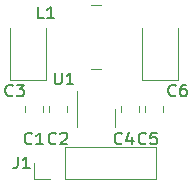
<source format=gbr>
%TF.GenerationSoftware,KiCad,Pcbnew,6.0.11-2627ca5db0~126~ubuntu20.04.1*%
%TF.CreationDate,2023-11-05T14:24:41-05:00*%
%TF.ProjectId,tps63001-slim,74707336-3330-4303-912d-736c696d2e6b,rev?*%
%TF.SameCoordinates,Original*%
%TF.FileFunction,Legend,Top*%
%TF.FilePolarity,Positive*%
%FSLAX46Y46*%
G04 Gerber Fmt 4.6, Leading zero omitted, Abs format (unit mm)*
G04 Created by KiCad (PCBNEW 6.0.11-2627ca5db0~126~ubuntu20.04.1) date 2023-11-05 14:24:41*
%MOMM*%
%LPD*%
G01*
G04 APERTURE LIST*
%ADD10C,0.150000*%
%ADD11C,0.120000*%
G04 APERTURE END LIST*
D10*
%TO.C,C5*%
X112101333Y-112117142D02*
X112053714Y-112164761D01*
X111910857Y-112212380D01*
X111815619Y-112212380D01*
X111672761Y-112164761D01*
X111577523Y-112069523D01*
X111529904Y-111974285D01*
X111482285Y-111783809D01*
X111482285Y-111640952D01*
X111529904Y-111450476D01*
X111577523Y-111355238D01*
X111672761Y-111260000D01*
X111815619Y-111212380D01*
X111910857Y-111212380D01*
X112053714Y-111260000D01*
X112101333Y-111307619D01*
X113006095Y-111212380D02*
X112529904Y-111212380D01*
X112482285Y-111688571D01*
X112529904Y-111640952D01*
X112625142Y-111593333D01*
X112863238Y-111593333D01*
X112958476Y-111640952D01*
X113006095Y-111688571D01*
X113053714Y-111783809D01*
X113053714Y-112021904D01*
X113006095Y-112117142D01*
X112958476Y-112164761D01*
X112863238Y-112212380D01*
X112625142Y-112212380D01*
X112529904Y-112164761D01*
X112482285Y-112117142D01*
%TO.C,C2*%
X104481333Y-112117142D02*
X104433714Y-112164761D01*
X104290857Y-112212380D01*
X104195619Y-112212380D01*
X104052761Y-112164761D01*
X103957523Y-112069523D01*
X103909904Y-111974285D01*
X103862285Y-111783809D01*
X103862285Y-111640952D01*
X103909904Y-111450476D01*
X103957523Y-111355238D01*
X104052761Y-111260000D01*
X104195619Y-111212380D01*
X104290857Y-111212380D01*
X104433714Y-111260000D01*
X104481333Y-111307619D01*
X104862285Y-111307619D02*
X104909904Y-111260000D01*
X105005142Y-111212380D01*
X105243238Y-111212380D01*
X105338476Y-111260000D01*
X105386095Y-111307619D01*
X105433714Y-111402857D01*
X105433714Y-111498095D01*
X105386095Y-111640952D01*
X104814666Y-112212380D01*
X105433714Y-112212380D01*
%TO.C,C6*%
X114627333Y-108053142D02*
X114579714Y-108100761D01*
X114436857Y-108148380D01*
X114341619Y-108148380D01*
X114198761Y-108100761D01*
X114103523Y-108005523D01*
X114055904Y-107910285D01*
X114008285Y-107719809D01*
X114008285Y-107576952D01*
X114055904Y-107386476D01*
X114103523Y-107291238D01*
X114198761Y-107196000D01*
X114341619Y-107148380D01*
X114436857Y-107148380D01*
X114579714Y-107196000D01*
X114627333Y-107243619D01*
X115484476Y-107148380D02*
X115294000Y-107148380D01*
X115198761Y-107196000D01*
X115151142Y-107243619D01*
X115055904Y-107386476D01*
X115008285Y-107576952D01*
X115008285Y-107957904D01*
X115055904Y-108053142D01*
X115103523Y-108100761D01*
X115198761Y-108148380D01*
X115389238Y-108148380D01*
X115484476Y-108100761D01*
X115532095Y-108053142D01*
X115579714Y-107957904D01*
X115579714Y-107719809D01*
X115532095Y-107624571D01*
X115484476Y-107576952D01*
X115389238Y-107529333D01*
X115198761Y-107529333D01*
X115103523Y-107576952D01*
X115055904Y-107624571D01*
X115008285Y-107719809D01*
%TO.C,U1*%
X104394095Y-106132380D02*
X104394095Y-106941904D01*
X104441714Y-107037142D01*
X104489333Y-107084761D01*
X104584571Y-107132380D01*
X104775047Y-107132380D01*
X104870285Y-107084761D01*
X104917904Y-107037142D01*
X104965523Y-106941904D01*
X104965523Y-106132380D01*
X105965523Y-107132380D02*
X105394095Y-107132380D01*
X105679809Y-107132380D02*
X105679809Y-106132380D01*
X105584571Y-106275238D01*
X105489333Y-106370476D01*
X105394095Y-106418095D01*
%TO.C,C4*%
X110069333Y-112117142D02*
X110021714Y-112164761D01*
X109878857Y-112212380D01*
X109783619Y-112212380D01*
X109640761Y-112164761D01*
X109545523Y-112069523D01*
X109497904Y-111974285D01*
X109450285Y-111783809D01*
X109450285Y-111640952D01*
X109497904Y-111450476D01*
X109545523Y-111355238D01*
X109640761Y-111260000D01*
X109783619Y-111212380D01*
X109878857Y-111212380D01*
X110021714Y-111260000D01*
X110069333Y-111307619D01*
X110926476Y-111545714D02*
X110926476Y-112212380D01*
X110688380Y-111164761D02*
X110450285Y-111879047D01*
X111069333Y-111879047D01*
%TO.C,C1*%
X102449333Y-112117142D02*
X102401714Y-112164761D01*
X102258857Y-112212380D01*
X102163619Y-112212380D01*
X102020761Y-112164761D01*
X101925523Y-112069523D01*
X101877904Y-111974285D01*
X101830285Y-111783809D01*
X101830285Y-111640952D01*
X101877904Y-111450476D01*
X101925523Y-111355238D01*
X102020761Y-111260000D01*
X102163619Y-111212380D01*
X102258857Y-111212380D01*
X102401714Y-111260000D01*
X102449333Y-111307619D01*
X103401714Y-112212380D02*
X102830285Y-112212380D01*
X103116000Y-112212380D02*
X103116000Y-111212380D01*
X103020761Y-111355238D01*
X102925523Y-111450476D01*
X102830285Y-111498095D01*
%TO.C,J1*%
X101266666Y-113244380D02*
X101266666Y-113958666D01*
X101219047Y-114101523D01*
X101123809Y-114196761D01*
X100980952Y-114244380D01*
X100885714Y-114244380D01*
X102266666Y-114244380D02*
X101695238Y-114244380D01*
X101980952Y-114244380D02*
X101980952Y-113244380D01*
X101885714Y-113387238D01*
X101790476Y-113482476D01*
X101695238Y-113530095D01*
%TO.C,C3*%
X100833333Y-108053142D02*
X100785714Y-108100761D01*
X100642857Y-108148380D01*
X100547619Y-108148380D01*
X100404761Y-108100761D01*
X100309523Y-108005523D01*
X100261904Y-107910285D01*
X100214285Y-107719809D01*
X100214285Y-107576952D01*
X100261904Y-107386476D01*
X100309523Y-107291238D01*
X100404761Y-107196000D01*
X100547619Y-107148380D01*
X100642857Y-107148380D01*
X100785714Y-107196000D01*
X100833333Y-107243619D01*
X101166666Y-107148380D02*
X101785714Y-107148380D01*
X101452380Y-107529333D01*
X101595238Y-107529333D01*
X101690476Y-107576952D01*
X101738095Y-107624571D01*
X101785714Y-107719809D01*
X101785714Y-107957904D01*
X101738095Y-108053142D01*
X101690476Y-108100761D01*
X101595238Y-108148380D01*
X101309523Y-108148380D01*
X101214285Y-108100761D01*
X101166666Y-108053142D01*
%TO.C,L1*%
X103465333Y-101544380D02*
X102989142Y-101544380D01*
X102989142Y-100544380D01*
X104322476Y-101544380D02*
X103751047Y-101544380D01*
X104036761Y-101544380D02*
X104036761Y-100544380D01*
X103941523Y-100687238D01*
X103846285Y-100782476D01*
X103751047Y-100830095D01*
D11*
%TO.C,C5*%
X113511000Y-108958748D02*
X113511000Y-109481252D01*
X112041000Y-108958748D02*
X112041000Y-109481252D01*
%TO.C,C2*%
X105383000Y-108958748D02*
X105383000Y-109481252D01*
X103913000Y-108958748D02*
X103913000Y-109481252D01*
%TO.C,C6*%
X111774000Y-102390000D02*
X111774000Y-106775000D01*
X114794000Y-106775000D02*
X114794000Y-102390000D01*
X111774000Y-106775000D02*
X114794000Y-106775000D01*
%TO.C,U1*%
X109460000Y-109220000D02*
X109460000Y-110720000D01*
X106240000Y-107720000D02*
X106240000Y-110720000D01*
%TO.C,C4*%
X110009000Y-108958748D02*
X110009000Y-109481252D01*
X111479000Y-108958748D02*
X111479000Y-109481252D01*
%TO.C,C1*%
X103351000Y-108958748D02*
X103351000Y-109481252D01*
X101881000Y-108958748D02*
X101881000Y-109481252D01*
%TO.C,J1*%
X105257000Y-112470000D02*
X112937000Y-112470000D01*
X112937000Y-115130000D02*
X112937000Y-112470000D01*
X105257000Y-115130000D02*
X112937000Y-115130000D01*
X102657000Y-115130000D02*
X102657000Y-113800000D01*
X103987000Y-115130000D02*
X102657000Y-115130000D01*
X105257000Y-115130000D02*
X105257000Y-112470000D01*
%TO.C,C3*%
X103618000Y-106775000D02*
X103618000Y-102390000D01*
X100598000Y-106775000D02*
X103618000Y-106775000D01*
X100598000Y-102390000D02*
X100598000Y-106775000D01*
%TO.C,L1*%
X107420000Y-105834000D02*
X108280000Y-105834000D01*
X107420000Y-100414000D02*
X108280000Y-100414000D01*
%TD*%
M02*

</source>
